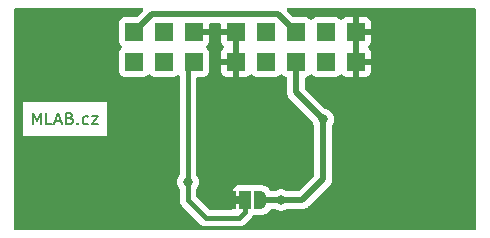
<source format=gbr>
%TF.GenerationSoftware,KiCad,Pcbnew,6.0.10+dfsg-1~bpo11+1*%
%TF.CreationDate,2023-02-15T12:19:51+00:00*%
%TF.ProjectId,ALTIMET02,414c5449-4d45-4543-9032-2e6b69636164,rev?*%
%TF.SameCoordinates,Original*%
%TF.FileFunction,Copper,L1,Top*%
%TF.FilePolarity,Positive*%
%FSLAX46Y46*%
G04 Gerber Fmt 4.6, Leading zero omitted, Abs format (unit mm)*
G04 Created by KiCad (PCBNEW 6.0.10+dfsg-1~bpo11+1) date 2023-02-15 12:19:51*
%MOMM*%
%LPD*%
G01*
G04 APERTURE LIST*
G04 Aperture macros list*
%AMFreePoly0*
4,1,22,0.550000,-0.750000,0.000000,-0.750000,0.000000,-0.745033,-0.079941,-0.743568,-0.215256,-0.701293,-0.333266,-0.622738,-0.424486,-0.514219,-0.481581,-0.384460,-0.499164,-0.250000,-0.500000,-0.250000,-0.500000,0.250000,-0.499164,0.250000,-0.499963,0.256109,-0.478152,0.396186,-0.417904,0.524511,-0.324060,0.630769,-0.204165,0.706417,-0.067858,0.745374,0.000000,0.744959,0.000000,0.750000,
0.550000,0.750000,0.550000,-0.750000,0.550000,-0.750000,$1*%
%AMFreePoly1*
4,1,20,0.000000,0.744959,0.073905,0.744508,0.209726,0.703889,0.328688,0.626782,0.421226,0.519385,0.479903,0.390333,0.500000,0.250000,0.500000,-0.250000,0.499851,-0.262216,0.476331,-0.402017,0.414519,-0.529596,0.319384,-0.634700,0.198574,-0.708877,0.061801,-0.746166,0.000000,-0.745033,0.000000,-0.750000,-0.550000,-0.750000,-0.550000,0.750000,0.000000,0.750000,0.000000,0.744959,
0.000000,0.744959,$1*%
G04 Aperture macros list end*
%ADD10C,0.150000*%
%TA.AperFunction,NonConductor*%
%ADD11C,0.150000*%
%TD*%
%TA.AperFunction,ComponentPad*%
%ADD12R,1.524000X1.524000*%
%TD*%
%TA.AperFunction,ComponentPad*%
%ADD13C,6.000000*%
%TD*%
%TA.AperFunction,SMDPad,CuDef*%
%ADD14FreePoly0,0.000000*%
%TD*%
%TA.AperFunction,SMDPad,CuDef*%
%ADD15R,1.000000X1.500000*%
%TD*%
%TA.AperFunction,SMDPad,CuDef*%
%ADD16FreePoly1,0.000000*%
%TD*%
%TA.AperFunction,ViaPad*%
%ADD17C,0.800000*%
%TD*%
%TA.AperFunction,Conductor*%
%ADD18C,0.508000*%
%TD*%
%TA.AperFunction,Conductor*%
%ADD19C,0.400000*%
%TD*%
G04 APERTURE END LIST*
D10*
D11*
X114101904Y-107132380D02*
X114101904Y-106132380D01*
X114435238Y-106846666D01*
X114768571Y-106132380D01*
X114768571Y-107132380D01*
X115720952Y-107132380D02*
X115244761Y-107132380D01*
X115244761Y-106132380D01*
X116006666Y-106846666D02*
X116482857Y-106846666D01*
X115911428Y-107132380D02*
X116244761Y-106132380D01*
X116578095Y-107132380D01*
X117244761Y-106608571D02*
X117387619Y-106656190D01*
X117435238Y-106703809D01*
X117482857Y-106799047D01*
X117482857Y-106941904D01*
X117435238Y-107037142D01*
X117387619Y-107084761D01*
X117292380Y-107132380D01*
X116911428Y-107132380D01*
X116911428Y-106132380D01*
X117244761Y-106132380D01*
X117340000Y-106180000D01*
X117387619Y-106227619D01*
X117435238Y-106322857D01*
X117435238Y-106418095D01*
X117387619Y-106513333D01*
X117340000Y-106560952D01*
X117244761Y-106608571D01*
X116911428Y-106608571D01*
X117911428Y-107037142D02*
X117959047Y-107084761D01*
X117911428Y-107132380D01*
X117863809Y-107084761D01*
X117911428Y-107037142D01*
X117911428Y-107132380D01*
X118816190Y-107084761D02*
X118720952Y-107132380D01*
X118530476Y-107132380D01*
X118435238Y-107084761D01*
X118387619Y-107037142D01*
X118340000Y-106941904D01*
X118340000Y-106656190D01*
X118387619Y-106560952D01*
X118435238Y-106513333D01*
X118530476Y-106465714D01*
X118720952Y-106465714D01*
X118816190Y-106513333D01*
X119149523Y-106465714D02*
X119673333Y-106465714D01*
X119149523Y-107132380D01*
X119673333Y-107132380D01*
%TO.C,JP3*%
G36*
X131680000Y-113838000D02*
G01*
X131180000Y-113838000D01*
X131180000Y-113238000D01*
X131680000Y-113238000D01*
X131680000Y-113838000D01*
G37*
%TD*%
D12*
%TO.P,J3,1*%
%TO.N,GND*%
X141478000Y-99314000D03*
%TO.P,J3,2*%
X141478000Y-101854000D03*
%TO.P,J3,3*%
%TO.N,SCLK*%
X138938000Y-99314000D03*
%TO.P,J3,4*%
X138938000Y-101854000D03*
%TO.P,J3,5*%
%TO.N,VDD*%
X136398000Y-99314000D03*
%TO.P,J3,6*%
X136398000Y-101854000D03*
%TO.P,J3,7*%
%TO.N,MOSI{slash}SDA*%
X133858000Y-99314000D03*
%TO.P,J3,8*%
X133858000Y-101854000D03*
%TO.P,J3,9*%
%TO.N,GND*%
X131318000Y-99314000D03*
%TO.P,J3,10*%
X131318000Y-101854000D03*
%TD*%
%TO.P,J2,1*%
%TO.N,MISO*%
X122682000Y-101854000D03*
%TO.P,J2,2*%
%TO.N,VDD*%
X122682000Y-99314000D03*
%TO.P,J2,3*%
%TO.N,SCLK*%
X125222000Y-101854000D03*
%TO.P,J2,4*%
%TO.N,MOSI{slash}SDA*%
X125222000Y-99314000D03*
%TO.P,J2,5*%
%TO.N,CS{slash}A*%
X127762000Y-101854000D03*
%TO.P,J2,6*%
%TO.N,GND*%
X127762000Y-99314000D03*
%TD*%
D13*
%TO.P,H1,1,1*%
%TO.N,GND*%
X147320000Y-111760000D03*
%TD*%
%TO.P,H4,1,1*%
%TO.N,GND*%
X116840000Y-101600000D03*
%TD*%
D14*
%TO.P,JP3,1,A*%
%TO.N,GND*%
X130780000Y-113538000D03*
D15*
%TO.P,JP3,2,C*%
%TO.N,CS{slash}A*%
X132080000Y-113538000D03*
D16*
%TO.P,JP3,3,B*%
%TO.N,VDD*%
X133380000Y-113538000D03*
%TD*%
D13*
%TO.P,H3,1,1*%
%TO.N,GND*%
X147320000Y-101600000D03*
%TD*%
%TO.P,H2,1,1*%
%TO.N,GND*%
X116840000Y-111760000D03*
%TD*%
D17*
%TO.N,VDD*%
X135128000Y-113538000D03*
X138684000Y-106717500D03*
%TO.N,CS{slash}A*%
X127254000Y-112014000D03*
%TO.N,GND*%
X141478000Y-106426000D03*
X135128000Y-107188000D03*
X134112000Y-107188000D03*
X137160000Y-107188000D03*
X129286000Y-113538000D03*
X129286000Y-104648000D03*
X142240000Y-110490000D03*
X137160000Y-109474000D03*
X142748000Y-106426000D03*
X129286000Y-112268000D03*
X133096000Y-107188000D03*
X144018000Y-108712000D03*
X136144000Y-107188000D03*
X128524000Y-113030000D03*
%TD*%
D18*
%TO.N,VDD*%
X136398000Y-104431500D02*
X138684000Y-106717500D01*
X136906000Y-113538000D02*
X135128000Y-113538000D01*
X134874000Y-97790000D02*
X124206000Y-97790000D01*
X124206000Y-97790000D02*
X122682000Y-99314000D01*
X136398000Y-99314000D02*
X134874000Y-97790000D01*
X136398000Y-101854000D02*
X136398000Y-104431500D01*
X138684000Y-106717500D02*
X138684000Y-111760000D01*
X135128000Y-113538000D02*
X133380000Y-113538000D01*
X138684000Y-111760000D02*
X136906000Y-113538000D01*
D19*
%TO.N,CS{slash}A*%
X132080000Y-113538000D02*
X132080000Y-114554000D01*
X127254000Y-112014000D02*
X127254000Y-102362000D01*
X127254000Y-113538000D02*
X127254000Y-112014000D01*
X131572000Y-115062000D02*
X128778000Y-115062000D01*
X127254000Y-102362000D02*
X127762000Y-101854000D01*
X132080000Y-114554000D02*
X131572000Y-115062000D01*
X128778000Y-115062000D02*
X127254000Y-113538000D01*
%TD*%
%TA.AperFunction,Conductor*%
%TO.N,GND*%
G36*
X123399093Y-97302502D02*
G01*
X123445586Y-97356158D01*
X123455690Y-97426432D01*
X123426196Y-97491012D01*
X123420067Y-97497595D01*
X122911067Y-98006595D01*
X122848755Y-98040621D01*
X122821972Y-98043500D01*
X121871866Y-98043500D01*
X121809684Y-98050255D01*
X121673295Y-98101385D01*
X121556739Y-98188739D01*
X121469385Y-98305295D01*
X121418255Y-98441684D01*
X121411500Y-98503866D01*
X121411500Y-100124134D01*
X121418255Y-100186316D01*
X121469385Y-100322705D01*
X121556739Y-100439261D01*
X121563919Y-100444642D01*
X121615332Y-100483174D01*
X121657847Y-100540033D01*
X121662873Y-100610852D01*
X121628813Y-100673145D01*
X121615333Y-100684825D01*
X121556739Y-100728739D01*
X121469385Y-100845295D01*
X121418255Y-100981684D01*
X121411500Y-101043866D01*
X121411500Y-102664134D01*
X121418255Y-102726316D01*
X121469385Y-102862705D01*
X121556739Y-102979261D01*
X121673295Y-103066615D01*
X121809684Y-103117745D01*
X121871866Y-103124500D01*
X123492134Y-103124500D01*
X123554316Y-103117745D01*
X123690705Y-103066615D01*
X123807261Y-102979261D01*
X123851174Y-102920668D01*
X123908033Y-102878153D01*
X123978852Y-102873127D01*
X124041145Y-102907187D01*
X124052825Y-102920667D01*
X124096739Y-102979261D01*
X124213295Y-103066615D01*
X124349684Y-103117745D01*
X124411866Y-103124500D01*
X126032134Y-103124500D01*
X126094316Y-103117745D01*
X126230705Y-103066615D01*
X126290058Y-103022133D01*
X126343935Y-102981754D01*
X126410442Y-102956906D01*
X126479824Y-102971959D01*
X126530054Y-103022133D01*
X126545500Y-103082580D01*
X126545500Y-111395256D01*
X126525498Y-111463377D01*
X126521436Y-111469317D01*
X126519379Y-111472148D01*
X126514960Y-111477056D01*
X126419473Y-111642444D01*
X126360458Y-111824072D01*
X126340496Y-112014000D01*
X126360458Y-112203928D01*
X126419473Y-112385556D01*
X126422776Y-112391278D01*
X126422777Y-112391279D01*
X126471835Y-112476250D01*
X126514960Y-112550944D01*
X126519379Y-112555852D01*
X126521436Y-112558683D01*
X126545295Y-112625551D01*
X126545500Y-112632744D01*
X126545500Y-113509088D01*
X126545208Y-113517658D01*
X126541275Y-113575352D01*
X126542580Y-113582829D01*
X126542580Y-113582830D01*
X126552261Y-113638299D01*
X126553223Y-113644821D01*
X126560898Y-113708242D01*
X126563581Y-113715343D01*
X126564222Y-113717952D01*
X126568685Y-113734262D01*
X126569450Y-113736798D01*
X126570757Y-113744284D01*
X126573811Y-113751241D01*
X126596442Y-113802795D01*
X126598933Y-113808899D01*
X126621513Y-113868656D01*
X126625817Y-113874919D01*
X126627054Y-113877285D01*
X126635299Y-113892097D01*
X126636632Y-113894351D01*
X126639685Y-113901305D01*
X126644307Y-113907328D01*
X126678579Y-113951991D01*
X126682459Y-113957332D01*
X126714339Y-114003720D01*
X126714344Y-114003725D01*
X126718643Y-114009981D01*
X126724313Y-114015032D01*
X126724314Y-114015034D01*
X126765170Y-114051435D01*
X126770446Y-114056416D01*
X128256557Y-115542528D01*
X128262411Y-115548793D01*
X128300439Y-115592385D01*
X128352729Y-115629136D01*
X128357971Y-115633028D01*
X128408282Y-115672476D01*
X128415201Y-115675600D01*
X128417493Y-115676988D01*
X128432165Y-115685357D01*
X128434525Y-115686622D01*
X128440739Y-115690990D01*
X128447818Y-115693750D01*
X128447820Y-115693751D01*
X128500275Y-115714202D01*
X128506344Y-115716753D01*
X128564573Y-115743045D01*
X128572046Y-115744430D01*
X128574612Y-115745234D01*
X128590835Y-115749855D01*
X128593427Y-115750520D01*
X128600509Y-115753282D01*
X128608044Y-115754274D01*
X128663861Y-115761622D01*
X128670377Y-115762654D01*
X128708770Y-115769770D01*
X128733186Y-115774295D01*
X128740766Y-115773858D01*
X128740767Y-115773858D01*
X128795380Y-115770709D01*
X128802633Y-115770500D01*
X131543088Y-115770500D01*
X131551658Y-115770792D01*
X131601776Y-115774209D01*
X131601780Y-115774209D01*
X131609352Y-115774725D01*
X131616829Y-115773420D01*
X131616830Y-115773420D01*
X131643308Y-115768799D01*
X131672303Y-115763738D01*
X131678821Y-115762777D01*
X131742242Y-115755102D01*
X131749343Y-115752419D01*
X131751952Y-115751778D01*
X131768262Y-115747315D01*
X131770798Y-115746550D01*
X131778284Y-115745243D01*
X131836800Y-115719556D01*
X131842904Y-115717065D01*
X131895548Y-115697173D01*
X131895549Y-115697172D01*
X131902656Y-115694487D01*
X131908919Y-115690183D01*
X131911285Y-115688946D01*
X131926097Y-115680701D01*
X131928351Y-115679368D01*
X131935305Y-115676315D01*
X131986002Y-115637413D01*
X131991332Y-115633541D01*
X132037720Y-115601661D01*
X132037725Y-115601656D01*
X132043981Y-115597357D01*
X132085427Y-115550839D01*
X132090408Y-115545562D01*
X132560536Y-115075435D01*
X132566801Y-115069582D01*
X132604664Y-115036552D01*
X132604665Y-115036551D01*
X132610385Y-115031561D01*
X132647136Y-114979271D01*
X132651028Y-114974029D01*
X132690476Y-114923718D01*
X132693600Y-114916799D01*
X132694988Y-114914507D01*
X132703357Y-114899835D01*
X132704622Y-114897475D01*
X132708990Y-114891261D01*
X132712618Y-114881956D01*
X132713684Y-114880574D01*
X132715340Y-114877487D01*
X132715855Y-114877763D01*
X132756000Y-114825756D01*
X132830010Y-114801729D01*
X133367322Y-114801729D01*
X133369630Y-114801750D01*
X133433020Y-114802912D01*
X133460382Y-114799504D01*
X133573128Y-114785460D01*
X133573132Y-114785459D01*
X133577565Y-114784907D01*
X133715745Y-114747234D01*
X133719862Y-114745452D01*
X133719866Y-114745451D01*
X133845296Y-114691173D01*
X133845301Y-114691171D01*
X133849420Y-114689388D01*
X133971472Y-114614448D01*
X134083540Y-114521408D01*
X134179654Y-114415224D01*
X134219574Y-114356040D01*
X134274249Y-114310752D01*
X134324032Y-114300500D01*
X134590919Y-114300500D01*
X134659040Y-114320502D01*
X134664980Y-114324564D01*
X134671248Y-114329118D01*
X134677276Y-114331802D01*
X134677278Y-114331803D01*
X134726011Y-114353500D01*
X134845712Y-114406794D01*
X134939112Y-114426647D01*
X135026056Y-114445128D01*
X135026061Y-114445128D01*
X135032513Y-114446500D01*
X135223487Y-114446500D01*
X135229939Y-114445128D01*
X135229944Y-114445128D01*
X135316888Y-114426647D01*
X135410288Y-114406794D01*
X135529989Y-114353500D01*
X135578722Y-114331803D01*
X135578724Y-114331802D01*
X135584752Y-114329118D01*
X135591020Y-114324564D01*
X135591646Y-114324340D01*
X135595811Y-114321936D01*
X135596251Y-114322698D01*
X135657887Y-114300706D01*
X135665081Y-114300500D01*
X136838624Y-114300500D01*
X136857574Y-114301933D01*
X136871973Y-114304124D01*
X136871979Y-114304124D01*
X136879208Y-114305224D01*
X136886500Y-114304631D01*
X136886503Y-114304631D01*
X136932183Y-114300915D01*
X136942398Y-114300500D01*
X136950525Y-114300500D01*
X136954161Y-114300076D01*
X136954163Y-114300076D01*
X136957615Y-114299673D01*
X136978924Y-114297189D01*
X136983244Y-114296762D01*
X137056426Y-114290809D01*
X137063388Y-114288553D01*
X137069376Y-114287357D01*
X137075333Y-114285949D01*
X137082607Y-114285101D01*
X137089489Y-114282603D01*
X137089493Y-114282602D01*
X137151607Y-114260055D01*
X137155711Y-114258645D01*
X137225575Y-114236013D01*
X137231838Y-114232213D01*
X137237380Y-114229675D01*
X137242856Y-114226933D01*
X137249741Y-114224434D01*
X137311132Y-114184185D01*
X137314800Y-114181870D01*
X137377581Y-114143773D01*
X137381786Y-114140059D01*
X137381789Y-114140057D01*
X137386005Y-114136333D01*
X137386031Y-114136362D01*
X137388962Y-114133762D01*
X137392316Y-114130958D01*
X137398435Y-114126946D01*
X137451989Y-114070413D01*
X137454366Y-114067972D01*
X139175528Y-112346810D01*
X139189941Y-112334423D01*
X139201665Y-112325795D01*
X139207564Y-112321454D01*
X139241979Y-112280945D01*
X139248909Y-112273429D01*
X139254653Y-112267685D01*
X139256927Y-112264811D01*
X139256933Y-112264804D01*
X139272372Y-112245289D01*
X139275163Y-112241885D01*
X139317945Y-112191528D01*
X139317948Y-112191524D01*
X139322684Y-112185949D01*
X139326012Y-112179432D01*
X139329389Y-112174368D01*
X139332616Y-112169144D01*
X139337160Y-112163400D01*
X139368242Y-112096896D01*
X139370147Y-112092999D01*
X139403543Y-112027596D01*
X139405284Y-112020482D01*
X139407416Y-112014748D01*
X139409344Y-112008952D01*
X139412444Y-112002320D01*
X139427395Y-111930440D01*
X139428365Y-111926156D01*
X139444469Y-111860342D01*
X139445804Y-111854888D01*
X139446500Y-111843670D01*
X139446537Y-111843672D01*
X139446773Y-111839773D01*
X139447163Y-111835402D01*
X139448652Y-111828243D01*
X139446546Y-111750423D01*
X139446500Y-111747014D01*
X139446500Y-107247571D01*
X139463381Y-107184571D01*
X139515223Y-107094779D01*
X139515224Y-107094778D01*
X139518527Y-107089056D01*
X139577542Y-106907428D01*
X139597504Y-106717500D01*
X139577542Y-106527572D01*
X139518527Y-106345944D01*
X139423040Y-106180556D01*
X139295253Y-106038634D01*
X139140752Y-105926382D01*
X139134724Y-105923698D01*
X139134722Y-105923697D01*
X138972319Y-105851391D01*
X138972318Y-105851391D01*
X138966288Y-105848706D01*
X138929924Y-105840977D01*
X138910412Y-105836829D01*
X138847514Y-105802677D01*
X137197405Y-104152567D01*
X137163379Y-104090255D01*
X137160500Y-104063472D01*
X137160500Y-103242396D01*
X137180502Y-103174275D01*
X137234158Y-103127782D01*
X137257351Y-103119814D01*
X137262465Y-103118598D01*
X137270316Y-103117745D01*
X137406705Y-103066615D01*
X137523261Y-102979261D01*
X137567174Y-102920668D01*
X137624033Y-102878153D01*
X137694852Y-102873127D01*
X137757145Y-102907187D01*
X137768825Y-102920667D01*
X137812739Y-102979261D01*
X137929295Y-103066615D01*
X138065684Y-103117745D01*
X138127866Y-103124500D01*
X139748134Y-103124500D01*
X139810316Y-103117745D01*
X139946705Y-103066615D01*
X140063261Y-102979261D01*
X140107487Y-102920251D01*
X140164344Y-102877736D01*
X140235163Y-102872710D01*
X140297456Y-102906770D01*
X140309138Y-102920251D01*
X140347715Y-102971724D01*
X140360276Y-102984285D01*
X140462351Y-103060786D01*
X140477946Y-103069324D01*
X140598394Y-103114478D01*
X140613649Y-103118105D01*
X140664514Y-103123631D01*
X140671328Y-103124000D01*
X141205885Y-103124000D01*
X141221124Y-103119525D01*
X141222329Y-103118135D01*
X141224000Y-103110452D01*
X141224000Y-103105884D01*
X141732000Y-103105884D01*
X141736475Y-103121123D01*
X141737865Y-103122328D01*
X141745548Y-103123999D01*
X142284669Y-103123999D01*
X142291490Y-103123629D01*
X142342352Y-103118105D01*
X142357604Y-103114479D01*
X142478054Y-103069324D01*
X142493649Y-103060786D01*
X142595724Y-102984285D01*
X142608285Y-102971724D01*
X142684786Y-102869649D01*
X142693324Y-102854054D01*
X142738478Y-102733606D01*
X142742105Y-102718351D01*
X142747631Y-102667486D01*
X142748000Y-102660672D01*
X142748000Y-102126115D01*
X142743525Y-102110876D01*
X142742135Y-102109671D01*
X142734452Y-102108000D01*
X141750115Y-102108000D01*
X141734876Y-102112475D01*
X141733671Y-102113865D01*
X141732000Y-102121548D01*
X141732000Y-103105884D01*
X141224000Y-103105884D01*
X141224000Y-101581885D01*
X141732000Y-101581885D01*
X141736475Y-101597124D01*
X141737865Y-101598329D01*
X141745548Y-101600000D01*
X142729884Y-101600000D01*
X142745123Y-101595525D01*
X142746328Y-101594135D01*
X142747999Y-101586452D01*
X142747999Y-101047331D01*
X142747629Y-101040510D01*
X142742105Y-100989648D01*
X142738479Y-100974396D01*
X142693324Y-100853946D01*
X142684786Y-100838351D01*
X142608285Y-100736276D01*
X142595725Y-100723716D01*
X142543835Y-100684827D01*
X142501319Y-100627968D01*
X142496293Y-100557149D01*
X142530353Y-100494856D01*
X142543835Y-100483173D01*
X142595725Y-100444284D01*
X142608285Y-100431724D01*
X142684786Y-100329649D01*
X142693324Y-100314054D01*
X142738478Y-100193606D01*
X142742105Y-100178351D01*
X142747631Y-100127486D01*
X142748000Y-100120672D01*
X142748000Y-99586115D01*
X142743525Y-99570876D01*
X142742135Y-99569671D01*
X142734452Y-99568000D01*
X141750115Y-99568000D01*
X141734876Y-99572475D01*
X141733671Y-99573865D01*
X141732000Y-99581548D01*
X141732000Y-101581885D01*
X141224000Y-101581885D01*
X141224000Y-99041885D01*
X141732000Y-99041885D01*
X141736475Y-99057124D01*
X141737865Y-99058329D01*
X141745548Y-99060000D01*
X142729884Y-99060000D01*
X142745123Y-99055525D01*
X142746328Y-99054135D01*
X142747999Y-99046452D01*
X142747999Y-98507331D01*
X142747629Y-98500510D01*
X142742105Y-98449648D01*
X142738479Y-98434396D01*
X142693324Y-98313946D01*
X142684786Y-98298351D01*
X142608285Y-98196276D01*
X142595724Y-98183715D01*
X142493649Y-98107214D01*
X142478054Y-98098676D01*
X142357606Y-98053522D01*
X142342351Y-98049895D01*
X142291486Y-98044369D01*
X142284672Y-98044000D01*
X141750115Y-98044000D01*
X141734876Y-98048475D01*
X141733671Y-98049865D01*
X141732000Y-98057548D01*
X141732000Y-99041885D01*
X141224000Y-99041885D01*
X141224000Y-98062116D01*
X141219525Y-98046877D01*
X141218135Y-98045672D01*
X141210452Y-98044001D01*
X140671331Y-98044001D01*
X140664510Y-98044371D01*
X140613648Y-98049895D01*
X140598396Y-98053521D01*
X140477946Y-98098676D01*
X140462351Y-98107214D01*
X140360276Y-98183715D01*
X140347715Y-98196276D01*
X140309138Y-98247749D01*
X140252279Y-98290264D01*
X140181460Y-98295290D01*
X140119167Y-98261230D01*
X140107491Y-98247755D01*
X140063261Y-98188739D01*
X139946705Y-98101385D01*
X139810316Y-98050255D01*
X139748134Y-98043500D01*
X138127866Y-98043500D01*
X138065684Y-98050255D01*
X137929295Y-98101385D01*
X137812739Y-98188739D01*
X137807359Y-98195918D01*
X137807358Y-98195919D01*
X137768826Y-98247332D01*
X137711967Y-98289847D01*
X137641148Y-98294873D01*
X137578855Y-98260813D01*
X137567174Y-98247332D01*
X137528642Y-98195919D01*
X137528641Y-98195918D01*
X137523261Y-98188739D01*
X137406705Y-98101385D01*
X137270316Y-98050255D01*
X137208134Y-98043500D01*
X136258028Y-98043500D01*
X136189907Y-98023498D01*
X136168933Y-98006595D01*
X135659933Y-97497595D01*
X135625907Y-97435283D01*
X135630972Y-97364468D01*
X135673519Y-97307632D01*
X135740039Y-97282821D01*
X135749028Y-97282500D01*
X151511500Y-97282500D01*
X151579621Y-97302502D01*
X151626114Y-97356158D01*
X151637500Y-97408500D01*
X151637500Y-115951500D01*
X151617498Y-116019621D01*
X151563842Y-116066114D01*
X151511500Y-116077500D01*
X112648500Y-116077500D01*
X112580379Y-116057498D01*
X112533886Y-116003842D01*
X112522500Y-115951500D01*
X112522500Y-108106000D01*
X113280310Y-108106000D01*
X120399691Y-108106000D01*
X120399691Y-105254000D01*
X113280310Y-105254000D01*
X113280310Y-108106000D01*
X112522500Y-108106000D01*
X112522500Y-97408500D01*
X112542502Y-97340379D01*
X112596158Y-97293886D01*
X112648500Y-97282500D01*
X123330972Y-97282500D01*
X123399093Y-97302502D01*
G37*
%TD.AperFunction*%
%TA.AperFunction,Conductor*%
G36*
X129990121Y-98572502D02*
G01*
X130036614Y-98626158D01*
X130048000Y-98678500D01*
X130048000Y-99041885D01*
X130052475Y-99057124D01*
X130053865Y-99058329D01*
X130061548Y-99060000D01*
X131446000Y-99060000D01*
X131514121Y-99080002D01*
X131560614Y-99133658D01*
X131572000Y-99186000D01*
X131572000Y-103105884D01*
X131576475Y-103121123D01*
X131577865Y-103122328D01*
X131585548Y-103123999D01*
X132124669Y-103123999D01*
X132131490Y-103123629D01*
X132182352Y-103118105D01*
X132197604Y-103114479D01*
X132318054Y-103069324D01*
X132333649Y-103060786D01*
X132435724Y-102984285D01*
X132448285Y-102971724D01*
X132486862Y-102920251D01*
X132543721Y-102877736D01*
X132614540Y-102872710D01*
X132676833Y-102906770D01*
X132688509Y-102920245D01*
X132732739Y-102979261D01*
X132849295Y-103066615D01*
X132985684Y-103117745D01*
X133047866Y-103124500D01*
X134668134Y-103124500D01*
X134730316Y-103117745D01*
X134866705Y-103066615D01*
X134983261Y-102979261D01*
X135027174Y-102920668D01*
X135084033Y-102878153D01*
X135154852Y-102873127D01*
X135217145Y-102907187D01*
X135228825Y-102920667D01*
X135272739Y-102979261D01*
X135389295Y-103066615D01*
X135525684Y-103117745D01*
X135533535Y-103118598D01*
X135538649Y-103119814D01*
X135600294Y-103155032D01*
X135633113Y-103217988D01*
X135635500Y-103242396D01*
X135635500Y-104364124D01*
X135634067Y-104383074D01*
X135631876Y-104397473D01*
X135631876Y-104397479D01*
X135630776Y-104404708D01*
X135631369Y-104412000D01*
X135631369Y-104412003D01*
X135635085Y-104457683D01*
X135635500Y-104467898D01*
X135635500Y-104476025D01*
X135638811Y-104504424D01*
X135639238Y-104508744D01*
X135645191Y-104581926D01*
X135647447Y-104588888D01*
X135648643Y-104594876D01*
X135650051Y-104600833D01*
X135650899Y-104608107D01*
X135653397Y-104614989D01*
X135653398Y-104614993D01*
X135675945Y-104677107D01*
X135677355Y-104681211D01*
X135699987Y-104751075D01*
X135703787Y-104757338D01*
X135706325Y-104762880D01*
X135709067Y-104768356D01*
X135711566Y-104775241D01*
X135715581Y-104781365D01*
X135751815Y-104836632D01*
X135754130Y-104840300D01*
X135792227Y-104903081D01*
X135795941Y-104907286D01*
X135795943Y-104907289D01*
X135799667Y-104911505D01*
X135799638Y-104911531D01*
X135802238Y-104914462D01*
X135805042Y-104917816D01*
X135809054Y-104923935D01*
X135814366Y-104928967D01*
X135865586Y-104977488D01*
X135868028Y-104979866D01*
X137766597Y-106878435D01*
X137797335Y-106928593D01*
X137849473Y-107089056D01*
X137852776Y-107094778D01*
X137852777Y-107094779D01*
X137904619Y-107184571D01*
X137921500Y-107247571D01*
X137921500Y-111391972D01*
X137901498Y-111460093D01*
X137884595Y-111481067D01*
X136627067Y-112738595D01*
X136564755Y-112772621D01*
X136537972Y-112775500D01*
X135665081Y-112775500D01*
X135596960Y-112755498D01*
X135591020Y-112751436D01*
X135590094Y-112750763D01*
X135590093Y-112750762D01*
X135584752Y-112746882D01*
X135578724Y-112744198D01*
X135578722Y-112744197D01*
X135416319Y-112671891D01*
X135416318Y-112671891D01*
X135410288Y-112669206D01*
X135316888Y-112649353D01*
X135229944Y-112630872D01*
X135229939Y-112630872D01*
X135223487Y-112629500D01*
X135032513Y-112629500D01*
X135026061Y-112630872D01*
X135026056Y-112630872D01*
X134939112Y-112649353D01*
X134845712Y-112669206D01*
X134839682Y-112671891D01*
X134839681Y-112671891D01*
X134677278Y-112744197D01*
X134677276Y-112744198D01*
X134671248Y-112746882D01*
X134665907Y-112750762D01*
X134665906Y-112750763D01*
X134664980Y-112751436D01*
X134664354Y-112751660D01*
X134660189Y-112754064D01*
X134659749Y-112753302D01*
X134598113Y-112775294D01*
X134590919Y-112775500D01*
X134324478Y-112775500D01*
X134256357Y-112755498D01*
X134218329Y-112717385D01*
X134197157Y-112684279D01*
X134197156Y-112684278D01*
X134194742Y-112680503D01*
X134101252Y-112572002D01*
X133991489Y-112476250D01*
X133871304Y-112398350D01*
X133856001Y-112391279D01*
X133743145Y-112339132D01*
X133743143Y-112339131D01*
X133739076Y-112337252D01*
X133667581Y-112315871D01*
X133606156Y-112297501D01*
X133606151Y-112297500D01*
X133601858Y-112296216D01*
X133597426Y-112295554D01*
X133597423Y-112295553D01*
X133462235Y-112275350D01*
X133462232Y-112275350D01*
X133457804Y-112274688D01*
X133383145Y-112274232D01*
X133319055Y-112273840D01*
X133319050Y-112273840D01*
X133314583Y-112273813D01*
X133312139Y-112274148D01*
X133308344Y-112274271D01*
X132830000Y-112274271D01*
X132824170Y-112274688D01*
X132763625Y-112279018D01*
X132763623Y-112279018D01*
X132756889Y-112279500D01*
X132747011Y-112282400D01*
X132744577Y-112283115D01*
X132690504Y-112284526D01*
X132690316Y-112286255D01*
X132631531Y-112279869D01*
X132628134Y-112279500D01*
X131531866Y-112279500D01*
X131469684Y-112286255D01*
X131333295Y-112337385D01*
X131216739Y-112424739D01*
X131129385Y-112541295D01*
X131078255Y-112677684D01*
X131071500Y-112739866D01*
X131071500Y-114227500D01*
X131051498Y-114295621D01*
X130997842Y-114342114D01*
X130945500Y-114353500D01*
X129123660Y-114353500D01*
X129055539Y-114333498D01*
X129034565Y-114316595D01*
X127999405Y-113281435D01*
X127965379Y-113219123D01*
X127962500Y-113192340D01*
X127962500Y-112632744D01*
X127982502Y-112564623D01*
X127986564Y-112558683D01*
X127988621Y-112555852D01*
X127993040Y-112550944D01*
X128036165Y-112476250D01*
X128085223Y-112391279D01*
X128085224Y-112391278D01*
X128088527Y-112385556D01*
X128147542Y-112203928D01*
X128167504Y-112014000D01*
X128147542Y-111824072D01*
X128088527Y-111642444D01*
X127993040Y-111477056D01*
X127988621Y-111472148D01*
X127986564Y-111469317D01*
X127962705Y-111402449D01*
X127962500Y-111395256D01*
X127962500Y-103250500D01*
X127982502Y-103182379D01*
X128036158Y-103135886D01*
X128088500Y-103124500D01*
X128572134Y-103124500D01*
X128634316Y-103117745D01*
X128770705Y-103066615D01*
X128887261Y-102979261D01*
X128974615Y-102862705D01*
X129025745Y-102726316D01*
X129032500Y-102664134D01*
X129032500Y-102660669D01*
X130048001Y-102660669D01*
X130048371Y-102667490D01*
X130053895Y-102718352D01*
X130057521Y-102733604D01*
X130102676Y-102854054D01*
X130111214Y-102869649D01*
X130187715Y-102971724D01*
X130200276Y-102984285D01*
X130302351Y-103060786D01*
X130317946Y-103069324D01*
X130438394Y-103114478D01*
X130453649Y-103118105D01*
X130504514Y-103123631D01*
X130511328Y-103124000D01*
X131045885Y-103124000D01*
X131061124Y-103119525D01*
X131062329Y-103118135D01*
X131064000Y-103110452D01*
X131064000Y-102126115D01*
X131059525Y-102110876D01*
X131058135Y-102109671D01*
X131050452Y-102108000D01*
X130066116Y-102108000D01*
X130050877Y-102112475D01*
X130049672Y-102113865D01*
X130048001Y-102121548D01*
X130048001Y-102660669D01*
X129032500Y-102660669D01*
X129032500Y-101581885D01*
X130048000Y-101581885D01*
X130052475Y-101597124D01*
X130053865Y-101598329D01*
X130061548Y-101600000D01*
X131045885Y-101600000D01*
X131061124Y-101595525D01*
X131062329Y-101594135D01*
X131064000Y-101586452D01*
X131064000Y-99586115D01*
X131059525Y-99570876D01*
X131058135Y-99569671D01*
X131050452Y-99568000D01*
X130066116Y-99568000D01*
X130050877Y-99572475D01*
X130049672Y-99573865D01*
X130048001Y-99581548D01*
X130048001Y-100120669D01*
X130048371Y-100127490D01*
X130053895Y-100178352D01*
X130057521Y-100193604D01*
X130102676Y-100314054D01*
X130111214Y-100329649D01*
X130187715Y-100431724D01*
X130200275Y-100444284D01*
X130252165Y-100483173D01*
X130294681Y-100540032D01*
X130299707Y-100610851D01*
X130265647Y-100673144D01*
X130252165Y-100684827D01*
X130200275Y-100723716D01*
X130187715Y-100736276D01*
X130111214Y-100838351D01*
X130102676Y-100853946D01*
X130057522Y-100974394D01*
X130053895Y-100989649D01*
X130048369Y-101040514D01*
X130048000Y-101047328D01*
X130048000Y-101581885D01*
X129032500Y-101581885D01*
X129032500Y-101043866D01*
X129025745Y-100981684D01*
X128974615Y-100845295D01*
X128887261Y-100728739D01*
X128828251Y-100684513D01*
X128785736Y-100627656D01*
X128780710Y-100556837D01*
X128814770Y-100494544D01*
X128828251Y-100482862D01*
X128879724Y-100444285D01*
X128892285Y-100431724D01*
X128968786Y-100329649D01*
X128977324Y-100314054D01*
X129022478Y-100193606D01*
X129026105Y-100178351D01*
X129031631Y-100127486D01*
X129032000Y-100120672D01*
X129032000Y-99586115D01*
X129027525Y-99570876D01*
X129026135Y-99569671D01*
X129018452Y-99568000D01*
X127634000Y-99568000D01*
X127565879Y-99547998D01*
X127519386Y-99494342D01*
X127508000Y-99442000D01*
X127508000Y-99186000D01*
X127528002Y-99117879D01*
X127581658Y-99071386D01*
X127634000Y-99060000D01*
X129013884Y-99060000D01*
X129029123Y-99055525D01*
X129030328Y-99054135D01*
X129031999Y-99046452D01*
X129031999Y-98678500D01*
X129052001Y-98610379D01*
X129105657Y-98563886D01*
X129157999Y-98552500D01*
X129922000Y-98552500D01*
X129990121Y-98572502D01*
G37*
%TD.AperFunction*%
%TD*%
M02*

</source>
